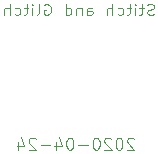
<source format=gbr>
G04 #@! TF.GenerationSoftware,KiCad,Pcbnew,(5.99.0-1406-gfd59660ec)*
G04 #@! TF.CreationDate,2020-04-24T11:46:25+02:00*
G04 #@! TF.ProjectId,flex-dip-v5-py,666c6578-2d64-4697-902d-76352d70792e,rev?*
G04 #@! TF.SameCoordinates,Original*
G04 #@! TF.FileFunction,Legend,Bot*
G04 #@! TF.FilePolarity,Positive*
%FSLAX46Y46*%
G04 Gerber Fmt 4.6, Leading zero omitted, Abs format (unit mm)*
G04 Created by KiCad (PCBNEW (5.99.0-1406-gfd59660ec)) date 2020-04-24 11:46:25*
%MOMM*%
%LPD*%
G01*
G04 APERTURE LIST*
%ADD10C,0.101600*%
G04 APERTURE END LIST*
D10*
X125630335Y-61979605D02*
X125485192Y-62022462D01*
X125243287Y-62022462D01*
X125146525Y-61979605D01*
X125098144Y-61936748D01*
X125049763Y-61851034D01*
X125049763Y-61765320D01*
X125098144Y-61679605D01*
X125146525Y-61636748D01*
X125243287Y-61593891D01*
X125436811Y-61551034D01*
X125533573Y-61508177D01*
X125581954Y-61465320D01*
X125630335Y-61379605D01*
X125630335Y-61293891D01*
X125581954Y-61208177D01*
X125533573Y-61165320D01*
X125436811Y-61122462D01*
X125194906Y-61122462D01*
X125049763Y-61165320D01*
X124759478Y-61422462D02*
X124372430Y-61422462D01*
X124614335Y-61122462D02*
X124614335Y-61893891D01*
X124565954Y-61979605D01*
X124469192Y-62022462D01*
X124372430Y-62022462D01*
X124033763Y-62022462D02*
X124033763Y-61422462D01*
X124033763Y-61122462D02*
X124082144Y-61165320D01*
X124033763Y-61208177D01*
X123985382Y-61165320D01*
X124033763Y-61122462D01*
X124033763Y-61208177D01*
X123695097Y-61422462D02*
X123308049Y-61422462D01*
X123549954Y-61122462D02*
X123549954Y-61893891D01*
X123501573Y-61979605D01*
X123404811Y-62022462D01*
X123308049Y-62022462D01*
X122533954Y-61979605D02*
X122630716Y-62022462D01*
X122824240Y-62022462D01*
X122921001Y-61979605D01*
X122969382Y-61936748D01*
X123017763Y-61851034D01*
X123017763Y-61593891D01*
X122969382Y-61508177D01*
X122921001Y-61465320D01*
X122824240Y-61422462D01*
X122630716Y-61422462D01*
X122533954Y-61465320D01*
X122098525Y-62022462D02*
X122098525Y-61122462D01*
X121663097Y-62022462D02*
X121663097Y-61551034D01*
X121711478Y-61465320D01*
X121808240Y-61422462D01*
X121953382Y-61422462D01*
X122050144Y-61465320D01*
X122098525Y-61508177D01*
X119969763Y-62022462D02*
X119969763Y-61551034D01*
X120018144Y-61465320D01*
X120114906Y-61422462D01*
X120308430Y-61422462D01*
X120405192Y-61465320D01*
X119969763Y-61979605D02*
X120066525Y-62022462D01*
X120308430Y-62022462D01*
X120405192Y-61979605D01*
X120453573Y-61893891D01*
X120453573Y-61808177D01*
X120405192Y-61722462D01*
X120308430Y-61679605D01*
X120066525Y-61679605D01*
X119969763Y-61636748D01*
X119485954Y-61422462D02*
X119485954Y-62022462D01*
X119485954Y-61508177D02*
X119437573Y-61465320D01*
X119340811Y-61422462D01*
X119195668Y-61422462D01*
X119098906Y-61465320D01*
X119050525Y-61551034D01*
X119050525Y-62022462D01*
X118131287Y-62022462D02*
X118131287Y-61122462D01*
X118131287Y-61979605D02*
X118228049Y-62022462D01*
X118421573Y-62022462D01*
X118518335Y-61979605D01*
X118566716Y-61936748D01*
X118615097Y-61851034D01*
X118615097Y-61593891D01*
X118566716Y-61508177D01*
X118518335Y-61465320D01*
X118421573Y-61422462D01*
X118228049Y-61422462D01*
X118131287Y-61465320D01*
X116341192Y-61165320D02*
X116437954Y-61122462D01*
X116583097Y-61122462D01*
X116728240Y-61165320D01*
X116825001Y-61251034D01*
X116873382Y-61336748D01*
X116921763Y-61508177D01*
X116921763Y-61636748D01*
X116873382Y-61808177D01*
X116825001Y-61893891D01*
X116728240Y-61979605D01*
X116583097Y-62022462D01*
X116486335Y-62022462D01*
X116341192Y-61979605D01*
X116292811Y-61936748D01*
X116292811Y-61636748D01*
X116486335Y-61636748D01*
X115712240Y-62022462D02*
X115809001Y-61979605D01*
X115857382Y-61893891D01*
X115857382Y-61122462D01*
X115325192Y-62022462D02*
X115325192Y-61422462D01*
X115325192Y-61122462D02*
X115373573Y-61165320D01*
X115325192Y-61208177D01*
X115276811Y-61165320D01*
X115325192Y-61122462D01*
X115325192Y-61208177D01*
X114986525Y-61422462D02*
X114599478Y-61422462D01*
X114841382Y-61122462D02*
X114841382Y-61893891D01*
X114793001Y-61979605D01*
X114696240Y-62022462D01*
X114599478Y-62022462D01*
X113825382Y-61979605D02*
X113922144Y-62022462D01*
X114115668Y-62022462D01*
X114212430Y-61979605D01*
X114260811Y-61936748D01*
X114309192Y-61851034D01*
X114309192Y-61593891D01*
X114260811Y-61508177D01*
X114212430Y-61465320D01*
X114115668Y-61422462D01*
X113922144Y-61422462D01*
X113825382Y-61465320D01*
X113389954Y-62022462D02*
X113389954Y-61122462D01*
X112954525Y-62022462D02*
X112954525Y-61551034D01*
X113002906Y-61465320D01*
X113099668Y-61422462D01*
X113244811Y-61422462D01*
X113341573Y-61465320D01*
X113389954Y-61508177D01*
X123916077Y-72532360D02*
X123867696Y-72483980D01*
X123770934Y-72435599D01*
X123529029Y-72435599D01*
X123432267Y-72483980D01*
X123383886Y-72532360D01*
X123335505Y-72629122D01*
X123335505Y-72725884D01*
X123383886Y-72871027D01*
X123964458Y-73451599D01*
X123335505Y-73451599D01*
X122706553Y-72435599D02*
X122609791Y-72435599D01*
X122513029Y-72483980D01*
X122464648Y-72532360D01*
X122416267Y-72629122D01*
X122367886Y-72822646D01*
X122367886Y-73064551D01*
X122416267Y-73258075D01*
X122464648Y-73354837D01*
X122513029Y-73403218D01*
X122609791Y-73451599D01*
X122706553Y-73451599D01*
X122803315Y-73403218D01*
X122851696Y-73354837D01*
X122900077Y-73258075D01*
X122948458Y-73064551D01*
X122948458Y-72822646D01*
X122900077Y-72629122D01*
X122851696Y-72532360D01*
X122803315Y-72483980D01*
X122706553Y-72435599D01*
X121980839Y-72532360D02*
X121932458Y-72483980D01*
X121835696Y-72435599D01*
X121593791Y-72435599D01*
X121497029Y-72483980D01*
X121448648Y-72532360D01*
X121400267Y-72629122D01*
X121400267Y-72725884D01*
X121448648Y-72871027D01*
X122029220Y-73451599D01*
X121400267Y-73451599D01*
X120771315Y-72435599D02*
X120674553Y-72435599D01*
X120577791Y-72483980D01*
X120529410Y-72532360D01*
X120481029Y-72629122D01*
X120432648Y-72822646D01*
X120432648Y-73064551D01*
X120481029Y-73258075D01*
X120529410Y-73354837D01*
X120577791Y-73403218D01*
X120674553Y-73451599D01*
X120771315Y-73451599D01*
X120868077Y-73403218D01*
X120916458Y-73354837D01*
X120964839Y-73258075D01*
X121013220Y-73064551D01*
X121013220Y-72822646D01*
X120964839Y-72629122D01*
X120916458Y-72532360D01*
X120868077Y-72483980D01*
X120771315Y-72435599D01*
X119997220Y-73064551D02*
X119223124Y-73064551D01*
X118545791Y-72435599D02*
X118449029Y-72435599D01*
X118352267Y-72483980D01*
X118303886Y-72532360D01*
X118255505Y-72629122D01*
X118207124Y-72822646D01*
X118207124Y-73064551D01*
X118255505Y-73258075D01*
X118303886Y-73354837D01*
X118352267Y-73403218D01*
X118449029Y-73451599D01*
X118545791Y-73451599D01*
X118642553Y-73403218D01*
X118690934Y-73354837D01*
X118739315Y-73258075D01*
X118787696Y-73064551D01*
X118787696Y-72822646D01*
X118739315Y-72629122D01*
X118690934Y-72532360D01*
X118642553Y-72483980D01*
X118545791Y-72435599D01*
X117336267Y-72774265D02*
X117336267Y-73451599D01*
X117578172Y-72387218D02*
X117820077Y-73112932D01*
X117191124Y-73112932D01*
X116804077Y-73064551D02*
X116029981Y-73064551D01*
X115594553Y-72532360D02*
X115546172Y-72483980D01*
X115449410Y-72435599D01*
X115207505Y-72435599D01*
X115110743Y-72483980D01*
X115062362Y-72532360D01*
X115013981Y-72629122D01*
X115013981Y-72725884D01*
X115062362Y-72871027D01*
X115642934Y-73451599D01*
X115013981Y-73451599D01*
X114143124Y-72774265D02*
X114143124Y-73451599D01*
X114385029Y-72387218D02*
X114626934Y-73112932D01*
X113997981Y-73112932D01*
M02*

</source>
